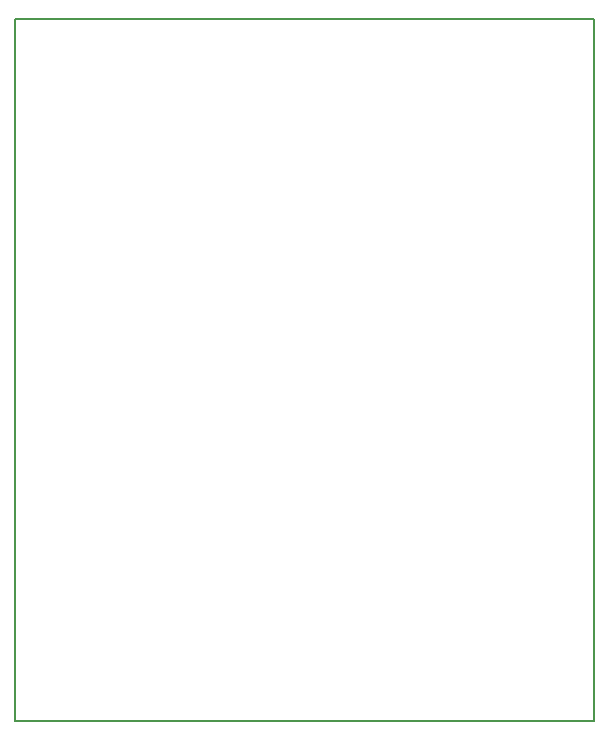
<source format=gm1>
G04 #@! TF.FileFunction,Profile,NP*
%FSLAX46Y46*%
G04 Gerber Fmt 4.6, Leading zero omitted, Abs format (unit mm)*
G04 Created by KiCad (PCBNEW 4.0.6) date 03/19/18 00:54:58*
%MOMM*%
%LPD*%
G01*
G04 APERTURE LIST*
%ADD10C,0.100000*%
%ADD11C,0.150000*%
G04 APERTURE END LIST*
D10*
D11*
X128000000Y-49000000D02*
X79000000Y-49000000D01*
X128000000Y-108500000D02*
X128000000Y-49000000D01*
X79000000Y-108500000D02*
X128000000Y-108500000D01*
X79000000Y-49000000D02*
X79000000Y-108500000D01*
M02*

</source>
